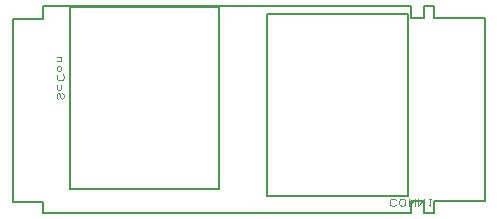
<source format=gbr>
%FSLAX25Y25*%
%MOIN*%
G04 EasyPC Gerber Version 18.0.8 Build 3632 *
%ADD13C,0.00197*%
%ADD10C,0.00500*%
%ADD14C,0.00800*%
X0Y0D02*
D02*
D10*
X111824Y80683D02*
X158872D01*
Y20053*
X111824*
Y80683*
X167322Y14305D02*
X164173D01*
Y18259*
X159803*
Y14305*
X37126*
Y17866*
X27003*
Y79126*
X37047*
Y83399*
X159763*
Y79401*
X164094*
Y83399*
X167322*
Y79165*
X184423*
Y18417*
X167322*
Y14305*
D02*
D13*
X42297Y52297D02*
X41903Y52494D01*
X41706Y52887*
Y53675*
X41903Y54069*
X42297Y54265*
X42691Y54069*
X42887Y53675*
Y52887*
X43084Y52494*
X43478Y52297*
X43872Y52494*
X44069Y52887*
Y53675*
X43872Y54069*
X43478Y54265*
X43084Y57021D02*
X43281Y56628D01*
Y56037*
X43084Y55643*
X42691Y55446*
X42297*
X41903Y55643*
X41706Y56037*
Y56628*
X41903Y57021*
X42100Y60565D02*
X41903Y60368D01*
X41706Y59974*
Y59383*
X41903Y58990*
X42100Y58793*
X42494Y58596*
X43281*
X43675Y58793*
X43872Y58990*
X44069Y59383*
Y59974*
X43872Y60368*
X43675Y60565*
X42297Y61746D02*
X41903Y61943D01*
X41706Y62336*
Y62730*
X41903Y63124*
X42297Y63320*
X42691*
X43084Y63124*
X43281Y62730*
Y62336*
X43084Y61943*
X42691Y61746*
X42297*
X41706Y64895D02*
X43281D01*
X42691D02*
X43084Y65092D01*
X43281Y65486*
Y65880*
X43084Y66273*
X42691Y66470*
X41706*
X154698Y18635D02*
X154502Y18832D01*
X154108Y19029*
X153517*
X153124Y18832*
X152927Y18635*
X152730Y18242*
Y17454*
X152927Y17061*
X153124Y16864*
X153517Y16667*
X154108*
X154502Y16864*
X154698Y17061*
X155880Y18242D02*
Y17454D01*
X156076Y17061*
X156273Y16864*
X156667Y16667*
X157061*
X157454Y16864*
X157651Y17061*
X157848Y17454*
Y18242*
X157651Y18635*
X157454Y18832*
X157061Y19029*
X156667*
X156273Y18832*
X156076Y18635*
X155880Y18242*
X159029Y19029D02*
Y16667D01*
X160998Y19029*
Y16667*
X162179Y19029D02*
Y16667D01*
X164147Y19029*
Y16667*
X165722Y19029D02*
X166509D01*
X166116D02*
Y16667D01*
X165722Y17061*
D02*
D14*
X46073Y22256D02*
Y83044D01*
X95915*
Y22256*
X46073*
X0Y0D02*
M02*

</source>
